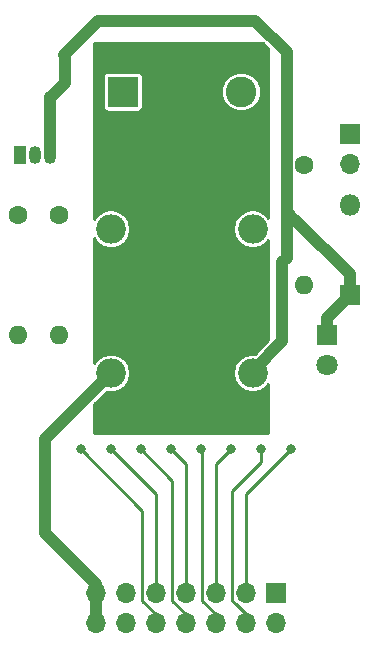
<source format=gbr>
G04 #@! TF.GenerationSoftware,KiCad,Pcbnew,5.0.1-33cea8e~68~ubuntu14.04.1*
G04 #@! TF.CreationDate,2018-11-23T15:58:30-08:00*
G04 #@! TF.ProjectId,relay,72656C61792E6B696361645F70636200,rev?*
G04 #@! TF.SameCoordinates,Original*
G04 #@! TF.FileFunction,Copper,L2,Bot,Signal*
G04 #@! TF.FilePolarity,Positive*
%FSLAX46Y46*%
G04 Gerber Fmt 4.6, Leading zero omitted, Abs format (unit mm)*
G04 Created by KiCad (PCBNEW 5.0.1-33cea8e~68~ubuntu14.04.1) date Fri 23 Nov 2018 03:58:30 PM PST*
%MOMM*%
%LPD*%
G01*
G04 APERTURE LIST*
G04 #@! TA.AperFunction,ComponentPad*
%ADD10O,1.600000X1.600000*%
G04 #@! TD*
G04 #@! TA.AperFunction,ComponentPad*
%ADD11C,1.600000*%
G04 #@! TD*
G04 #@! TA.AperFunction,ComponentPad*
%ADD12R,1.800000X1.800000*%
G04 #@! TD*
G04 #@! TA.AperFunction,ComponentPad*
%ADD13O,1.800000X1.800000*%
G04 #@! TD*
G04 #@! TA.AperFunction,ComponentPad*
%ADD14C,1.800000*%
G04 #@! TD*
G04 #@! TA.AperFunction,ComponentPad*
%ADD15R,2.600000X2.600000*%
G04 #@! TD*
G04 #@! TA.AperFunction,ComponentPad*
%ADD16C,2.600000*%
G04 #@! TD*
G04 #@! TA.AperFunction,ComponentPad*
%ADD17R,2.500000X2.500000*%
G04 #@! TD*
G04 #@! TA.AperFunction,ComponentPad*
%ADD18O,2.500000X2.500000*%
G04 #@! TD*
G04 #@! TA.AperFunction,ComponentPad*
%ADD19O,1.050000X1.500000*%
G04 #@! TD*
G04 #@! TA.AperFunction,ComponentPad*
%ADD20R,1.050000X1.500000*%
G04 #@! TD*
G04 #@! TA.AperFunction,ComponentPad*
%ADD21R,1.700000X1.700000*%
G04 #@! TD*
G04 #@! TA.AperFunction,ComponentPad*
%ADD22O,1.700000X1.700000*%
G04 #@! TD*
G04 #@! TA.AperFunction,ViaPad*
%ADD23C,0.800000*%
G04 #@! TD*
G04 #@! TA.AperFunction,Conductor*
%ADD24C,1.000000*%
G04 #@! TD*
G04 #@! TA.AperFunction,Conductor*
%ADD25C,4.000000*%
G04 #@! TD*
G04 #@! TA.AperFunction,Conductor*
%ADD26C,0.250000*%
G04 #@! TD*
G04 #@! TA.AperFunction,Conductor*
%ADD27C,0.254000*%
G04 #@! TD*
G04 APERTURE END LIST*
D10*
G04 #@! TO.P,R3,2*
G04 #@! TO.N,trigger*
X89623900Y-85280500D03*
D11*
G04 #@! TO.P,R3,1*
G04 #@! TO.N,Net-(Q1-Pad2)*
X89623900Y-75120500D03*
G04 #@! TD*
D12*
G04 #@! TO.P,D1,1*
G04 #@! TO.N,Net-(D1-Pad1)*
X114208560Y-81889600D03*
D13*
G04 #@! TO.P,D1,2*
G04 #@! TO.N,bus13*
X114208560Y-74269600D03*
G04 #@! TD*
D12*
G04 #@! TO.P,D2,1*
G04 #@! TO.N,Net-(D1-Pad1)*
X112268000Y-85344000D03*
D14*
G04 #@! TO.P,D2,2*
G04 #@! TO.N,Net-(D2-Pad2)*
X112268000Y-87884000D03*
G04 #@! TD*
D15*
G04 #@! TO.P,J3,1*
G04 #@! TO.N,relay_off*
X95001080Y-64698880D03*
D16*
G04 #@! TO.P,J3,2*
G04 #@! TO.N,relay_arm*
X100001080Y-64698880D03*
G04 #@! TO.P,J3,3*
G04 #@! TO.N,relay_on*
X105001080Y-64698880D03*
G04 #@! TD*
D17*
G04 #@! TO.P,K1,1*
G04 #@! TO.N,relay_arm*
X99984560Y-90500200D03*
D18*
G04 #@! TO.P,K1,2*
G04 #@! TO.N,Net-(D1-Pad1)*
X105984560Y-88500200D03*
G04 #@! TO.P,K1,3*
G04 #@! TO.N,relay_on*
X105984560Y-76300200D03*
G04 #@! TO.P,K1,4*
G04 #@! TO.N,relay_off*
X93984560Y-76300200D03*
G04 #@! TO.P,K1,5*
G04 #@! TO.N,bus13*
X93984560Y-88500200D03*
G04 #@! TD*
D19*
G04 #@! TO.P,Q1,2*
G04 #@! TO.N,Net-(Q1-Pad2)*
X87604600Y-70078600D03*
G04 #@! TO.P,Q1,3*
G04 #@! TO.N,Net-(D1-Pad1)*
X88874600Y-70078600D03*
D20*
G04 #@! TO.P,Q1,1*
G04 #@! TO.N,bus11*
X86334600Y-70078600D03*
G04 #@! TD*
D11*
G04 #@! TO.P,R1,1*
G04 #@! TO.N,bus11*
X86144100Y-75120500D03*
D10*
G04 #@! TO.P,R1,2*
G04 #@! TO.N,trigger*
X86144100Y-85280500D03*
G04 #@! TD*
D11*
G04 #@! TO.P,R2,1*
G04 #@! TO.N,bus13*
X110357920Y-70916800D03*
D10*
G04 #@! TO.P,R2,2*
G04 #@! TO.N,Net-(D2-Pad2)*
X110357920Y-81076800D03*
G04 #@! TD*
D21*
G04 #@! TO.P,J2,1*
G04 #@! TO.N,GND*
X114208560Y-68244720D03*
D22*
G04 #@! TO.P,J2,2*
G04 #@! TO.N,VCC*
X114208560Y-70784720D03*
G04 #@! TD*
D21*
G04 #@! TO.P,J4,1*
G04 #@! TO.N,bus1*
X107950000Y-107188000D03*
D22*
G04 #@! TO.P,J4,2*
G04 #@! TO.N,bus2*
X107950000Y-109728000D03*
G04 #@! TO.P,J4,3*
G04 #@! TO.N,bus3*
X105410000Y-107188000D03*
G04 #@! TO.P,J4,4*
G04 #@! TO.N,bus4*
X105410000Y-109728000D03*
G04 #@! TO.P,J4,5*
G04 #@! TO.N,bus5*
X102870000Y-107188000D03*
G04 #@! TO.P,J4,6*
G04 #@! TO.N,bus6*
X102870000Y-109728000D03*
G04 #@! TO.P,J4,7*
G04 #@! TO.N,bus7*
X100330000Y-107188000D03*
G04 #@! TO.P,J4,8*
G04 #@! TO.N,bus8*
X100330000Y-109728000D03*
G04 #@! TO.P,J4,9*
G04 #@! TO.N,bus9*
X97790000Y-107188000D03*
G04 #@! TO.P,J4,10*
G04 #@! TO.N,bus10*
X97790000Y-109728000D03*
G04 #@! TO.P,J4,11*
G04 #@! TO.N,bus11*
X95250000Y-107188000D03*
G04 #@! TO.P,J4,12*
X95250000Y-109728000D03*
G04 #@! TO.P,J4,13*
G04 #@! TO.N,bus13*
X92710000Y-107188000D03*
G04 #@! TO.P,J4,14*
X92710000Y-109728000D03*
G04 #@! TD*
D23*
G04 #@! TO.N,bus3*
X109220000Y-94996000D03*
G04 #@! TO.N,bus4*
X106680000Y-94996000D03*
G04 #@! TO.N,bus5*
X104140000Y-94996000D03*
G04 #@! TO.N,bus6*
X101600000Y-94996000D03*
G04 #@! TO.N,bus7*
X99060000Y-94996000D03*
G04 #@! TO.N,bus8*
X96520000Y-94996000D03*
G04 #@! TO.N,bus9*
X93980000Y-94996000D03*
G04 #@! TO.N,bus10*
X91440000Y-94996000D03*
G04 #@! TD*
D24*
G04 #@! TO.N,Net-(D1-Pad1)*
X112268000Y-83830160D02*
X114208560Y-81889600D01*
X112268000Y-85344000D02*
X112268000Y-83830160D01*
X88874600Y-70078600D02*
X88874600Y-65152301D01*
X90120501Y-61748299D02*
X90005101Y-61632899D01*
X88874600Y-65152301D02*
X88924501Y-65152301D01*
X88924501Y-65152301D02*
X90120501Y-63956301D01*
X90120501Y-63956301D02*
X90120501Y-61748299D01*
X92925990Y-58712010D02*
X106210010Y-58712010D01*
X90005101Y-61632899D02*
X92925990Y-58712010D01*
X106210010Y-58712010D02*
X108857919Y-61359919D01*
X108857919Y-61359919D02*
X108857919Y-71636801D01*
X114208560Y-80172560D02*
X109601000Y-75565000D01*
X114208560Y-81889600D02*
X114208560Y-80172560D01*
X109492919Y-75565000D02*
X108857919Y-74930000D01*
X109601000Y-75565000D02*
X109492919Y-75565000D01*
X108857919Y-71636801D02*
X108857919Y-74930000D01*
X108857919Y-78761721D02*
X108857919Y-74930000D01*
X108458000Y-85852000D02*
X108458000Y-79161640D01*
X105984560Y-88325440D02*
X108458000Y-85852000D01*
X108458000Y-79161640D02*
X108857919Y-78761721D01*
X105984560Y-88500200D02*
X105984560Y-88325440D01*
D25*
G04 #@! TO.N,relay_arm*
X100001080Y-90483680D02*
X99984560Y-90500200D01*
D24*
G04 #@! TO.N,bus13*
X92710000Y-106426000D02*
X92710000Y-108966000D01*
X88392000Y-102108000D02*
X92710000Y-106426000D01*
X88392000Y-94092760D02*
X88392000Y-102108000D01*
X93984560Y-88500200D02*
X88392000Y-94092760D01*
D26*
G04 #@! TO.N,bus3*
X105410000Y-106426000D02*
X105410000Y-98806000D01*
X105410000Y-98806000D02*
X109220000Y-94996000D01*
G04 #@! TO.N,bus4*
X104560001Y-108116001D02*
X105410000Y-108966000D01*
X104234999Y-107790999D02*
X104560001Y-108116001D01*
X104234999Y-98491001D02*
X104234999Y-107790999D01*
X106680000Y-96046000D02*
X104234999Y-98491001D01*
X106680000Y-94996000D02*
X106680000Y-96046000D01*
G04 #@! TO.N,bus5*
X102870000Y-96266000D02*
X104140000Y-94996000D01*
X102870000Y-106426000D02*
X102870000Y-96266000D01*
G04 #@! TO.N,bus6*
X101694999Y-95090999D02*
X101600000Y-94996000D01*
X101694999Y-107790999D02*
X101694999Y-95090999D01*
X102870000Y-108966000D02*
X101694999Y-107790999D01*
G04 #@! TO.N,bus7*
X100330000Y-96266000D02*
X99060000Y-94996000D01*
X100330000Y-106426000D02*
X100330000Y-96266000D01*
G04 #@! TO.N,bus8*
X99154999Y-97630999D02*
X96520000Y-94996000D01*
X99154999Y-107790999D02*
X99154999Y-97630999D01*
X100330000Y-108966000D02*
X99154999Y-107790999D01*
G04 #@! TO.N,bus9*
X97790000Y-98806000D02*
X93980000Y-94996000D01*
X97790000Y-106426000D02*
X97790000Y-98806000D01*
G04 #@! TO.N,bus10*
X96614999Y-100170999D02*
X91440000Y-94996000D01*
X96614999Y-107790999D02*
X96614999Y-100170999D01*
X97790000Y-108966000D02*
X96614999Y-107790999D01*
G04 #@! TD*
D27*
G04 #@! TO.N,relay_arm*
G36*
X107315000Y-61057265D02*
X107315000Y-75362823D01*
X107157561Y-75127199D01*
X106619384Y-74767600D01*
X106144802Y-74673200D01*
X105824318Y-74673200D01*
X105349736Y-74767600D01*
X104811559Y-75127199D01*
X104451960Y-75665376D01*
X104325686Y-76300200D01*
X104451960Y-76935024D01*
X104811559Y-77473201D01*
X105349736Y-77832800D01*
X105824318Y-77927200D01*
X106144802Y-77927200D01*
X106619384Y-77832800D01*
X107157561Y-77473201D01*
X107315000Y-77237577D01*
X107315000Y-85754735D01*
X106187953Y-86881783D01*
X106144802Y-86873200D01*
X105824318Y-86873200D01*
X105349736Y-86967600D01*
X104811559Y-87327199D01*
X104451960Y-87865376D01*
X104325686Y-88500200D01*
X104451960Y-89135024D01*
X104811559Y-89673201D01*
X105349736Y-90032800D01*
X105824318Y-90127200D01*
X106144802Y-90127200D01*
X106619384Y-90032800D01*
X107157561Y-89673201D01*
X107315000Y-89437577D01*
X107315000Y-93599000D01*
X92583000Y-93599000D01*
X92583000Y-91142024D01*
X93635402Y-90089622D01*
X93824318Y-90127200D01*
X94144802Y-90127200D01*
X94619384Y-90032800D01*
X95157561Y-89673201D01*
X95517160Y-89135024D01*
X95643434Y-88500200D01*
X95517160Y-87865376D01*
X95157561Y-87327199D01*
X94619384Y-86967600D01*
X94144802Y-86873200D01*
X93824318Y-86873200D01*
X93349736Y-86967600D01*
X92811559Y-87327199D01*
X92583000Y-87669261D01*
X92583000Y-77131139D01*
X92811559Y-77473201D01*
X93349736Y-77832800D01*
X93824318Y-77927200D01*
X94144802Y-77927200D01*
X94619384Y-77832800D01*
X95157561Y-77473201D01*
X95517160Y-76935024D01*
X95643434Y-76300200D01*
X95517160Y-75665376D01*
X95157561Y-75127199D01*
X94619384Y-74767600D01*
X94144802Y-74673200D01*
X93824318Y-74673200D01*
X93349736Y-74767600D01*
X92811559Y-75127199D01*
X92583000Y-75469261D01*
X92583000Y-63398880D01*
X93316695Y-63398880D01*
X93316695Y-65998880D01*
X93345955Y-66145978D01*
X93429279Y-66270681D01*
X93553982Y-66354005D01*
X93701080Y-66383265D01*
X96301080Y-66383265D01*
X96448178Y-66354005D01*
X96572881Y-66270681D01*
X96656205Y-66145978D01*
X96685465Y-65998880D01*
X96685465Y-64365304D01*
X103324080Y-64365304D01*
X103324080Y-65032456D01*
X103579388Y-65648824D01*
X104051136Y-66120572D01*
X104667504Y-66375880D01*
X105334656Y-66375880D01*
X105951024Y-66120572D01*
X106422772Y-65648824D01*
X106678080Y-65032456D01*
X106678080Y-64365304D01*
X106422772Y-63748936D01*
X105951024Y-63277188D01*
X105334656Y-63021880D01*
X104667504Y-63021880D01*
X104051136Y-63277188D01*
X103579388Y-63748936D01*
X103324080Y-64365304D01*
X96685465Y-64365304D01*
X96685465Y-63398880D01*
X96656205Y-63251782D01*
X96572881Y-63127079D01*
X96448178Y-63043755D01*
X96301080Y-63014495D01*
X93701080Y-63014495D01*
X93553982Y-63043755D01*
X93429279Y-63127079D01*
X93345955Y-63251782D01*
X93316695Y-63398880D01*
X92583000Y-63398880D01*
X92583000Y-60579000D01*
X106836735Y-60579000D01*
X107315000Y-61057265D01*
X107315000Y-61057265D01*
G37*
X107315000Y-61057265D02*
X107315000Y-75362823D01*
X107157561Y-75127199D01*
X106619384Y-74767600D01*
X106144802Y-74673200D01*
X105824318Y-74673200D01*
X105349736Y-74767600D01*
X104811559Y-75127199D01*
X104451960Y-75665376D01*
X104325686Y-76300200D01*
X104451960Y-76935024D01*
X104811559Y-77473201D01*
X105349736Y-77832800D01*
X105824318Y-77927200D01*
X106144802Y-77927200D01*
X106619384Y-77832800D01*
X107157561Y-77473201D01*
X107315000Y-77237577D01*
X107315000Y-85754735D01*
X106187953Y-86881783D01*
X106144802Y-86873200D01*
X105824318Y-86873200D01*
X105349736Y-86967600D01*
X104811559Y-87327199D01*
X104451960Y-87865376D01*
X104325686Y-88500200D01*
X104451960Y-89135024D01*
X104811559Y-89673201D01*
X105349736Y-90032800D01*
X105824318Y-90127200D01*
X106144802Y-90127200D01*
X106619384Y-90032800D01*
X107157561Y-89673201D01*
X107315000Y-89437577D01*
X107315000Y-93599000D01*
X92583000Y-93599000D01*
X92583000Y-91142024D01*
X93635402Y-90089622D01*
X93824318Y-90127200D01*
X94144802Y-90127200D01*
X94619384Y-90032800D01*
X95157561Y-89673201D01*
X95517160Y-89135024D01*
X95643434Y-88500200D01*
X95517160Y-87865376D01*
X95157561Y-87327199D01*
X94619384Y-86967600D01*
X94144802Y-86873200D01*
X93824318Y-86873200D01*
X93349736Y-86967600D01*
X92811559Y-87327199D01*
X92583000Y-87669261D01*
X92583000Y-77131139D01*
X92811559Y-77473201D01*
X93349736Y-77832800D01*
X93824318Y-77927200D01*
X94144802Y-77927200D01*
X94619384Y-77832800D01*
X95157561Y-77473201D01*
X95517160Y-76935024D01*
X95643434Y-76300200D01*
X95517160Y-75665376D01*
X95157561Y-75127199D01*
X94619384Y-74767600D01*
X94144802Y-74673200D01*
X93824318Y-74673200D01*
X93349736Y-74767600D01*
X92811559Y-75127199D01*
X92583000Y-75469261D01*
X92583000Y-63398880D01*
X93316695Y-63398880D01*
X93316695Y-65998880D01*
X93345955Y-66145978D01*
X93429279Y-66270681D01*
X93553982Y-66354005D01*
X93701080Y-66383265D01*
X96301080Y-66383265D01*
X96448178Y-66354005D01*
X96572881Y-66270681D01*
X96656205Y-66145978D01*
X96685465Y-65998880D01*
X96685465Y-64365304D01*
X103324080Y-64365304D01*
X103324080Y-65032456D01*
X103579388Y-65648824D01*
X104051136Y-66120572D01*
X104667504Y-66375880D01*
X105334656Y-66375880D01*
X105951024Y-66120572D01*
X106422772Y-65648824D01*
X106678080Y-65032456D01*
X106678080Y-64365304D01*
X106422772Y-63748936D01*
X105951024Y-63277188D01*
X105334656Y-63021880D01*
X104667504Y-63021880D01*
X104051136Y-63277188D01*
X103579388Y-63748936D01*
X103324080Y-64365304D01*
X96685465Y-64365304D01*
X96685465Y-63398880D01*
X96656205Y-63251782D01*
X96572881Y-63127079D01*
X96448178Y-63043755D01*
X96301080Y-63014495D01*
X93701080Y-63014495D01*
X93553982Y-63043755D01*
X93429279Y-63127079D01*
X93345955Y-63251782D01*
X93316695Y-63398880D01*
X92583000Y-63398880D01*
X92583000Y-60579000D01*
X106836735Y-60579000D01*
X107315000Y-61057265D01*
G04 #@! TD*
M02*

</source>
